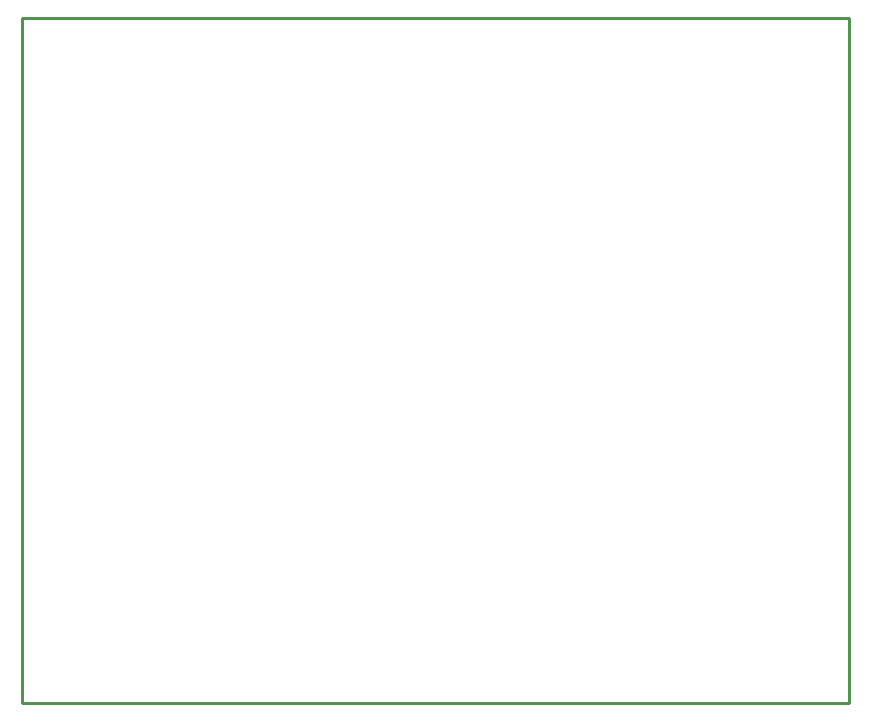
<source format=gbp>
G04*
G04 #@! TF.GenerationSoftware,Altium Limited,Altium Designer,20.1.14 (287)*
G04*
G04 Layer_Color=128*
%FSLAX25Y25*%
%MOIN*%
G70*
G04*
G04 #@! TF.SameCoordinates,F17826E9-34F6-497C-9B9F-35048D5DD880*
G04*
G04*
G04 #@! TF.FilePolarity,Positive*
G04*
G01*
G75*
%ADD12C,0.01000*%
D12*
X0Y0D02*
X275591D01*
X0D02*
Y228346D01*
X275590D01*
X275591Y0D01*
M02*

</source>
